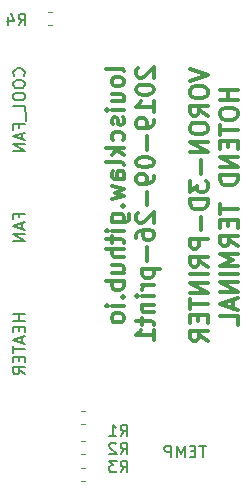
<source format=gbr>
G04 #@! TF.GenerationSoftware,KiCad,Pcbnew,5.1.4-e60b266~84~ubuntu18.04.1*
G04 #@! TF.CreationDate,2019-09-26T21:44:43+08:00*
G04 #@! TF.ProjectId,head,68656164-2e6b-4696-9361-645f70636258,rev?*
G04 #@! TF.SameCoordinates,Original*
G04 #@! TF.FileFunction,Legend,Bot*
G04 #@! TF.FilePolarity,Positive*
%FSLAX46Y46*%
G04 Gerber Fmt 4.6, Leading zero omitted, Abs format (unit mm)*
G04 Created by KiCad (PCBNEW 5.1.4-e60b266~84~ubuntu18.04.1) date 2019-09-26 21:44:43*
%MOMM*%
%LPD*%
G04 APERTURE LIST*
%ADD10C,0.300000*%
%ADD11C,0.120000*%
%ADD12C,0.200000*%
%ADD13C,0.150000*%
G04 APERTURE END LIST*
D10*
X100749571Y-41660428D02*
X100678142Y-41517571D01*
X100535285Y-41446142D01*
X99249571Y-41446142D01*
X100749571Y-42446142D02*
X100678142Y-42303285D01*
X100606714Y-42231857D01*
X100463857Y-42160428D01*
X100035285Y-42160428D01*
X99892428Y-42231857D01*
X99821000Y-42303285D01*
X99749571Y-42446142D01*
X99749571Y-42660428D01*
X99821000Y-42803285D01*
X99892428Y-42874714D01*
X100035285Y-42946142D01*
X100463857Y-42946142D01*
X100606714Y-42874714D01*
X100678142Y-42803285D01*
X100749571Y-42660428D01*
X100749571Y-42446142D01*
X99749571Y-44231857D02*
X100749571Y-44231857D01*
X99749571Y-43589000D02*
X100535285Y-43589000D01*
X100678142Y-43660428D01*
X100749571Y-43803285D01*
X100749571Y-44017571D01*
X100678142Y-44160428D01*
X100606714Y-44231857D01*
X100749571Y-44946142D02*
X99749571Y-44946142D01*
X99249571Y-44946142D02*
X99321000Y-44874714D01*
X99392428Y-44946142D01*
X99321000Y-45017571D01*
X99249571Y-44946142D01*
X99392428Y-44946142D01*
X100678142Y-45589000D02*
X100749571Y-45731857D01*
X100749571Y-46017571D01*
X100678142Y-46160428D01*
X100535285Y-46231857D01*
X100463857Y-46231857D01*
X100321000Y-46160428D01*
X100249571Y-46017571D01*
X100249571Y-45803285D01*
X100178142Y-45660428D01*
X100035285Y-45589000D01*
X99963857Y-45589000D01*
X99821000Y-45660428D01*
X99749571Y-45803285D01*
X99749571Y-46017571D01*
X99821000Y-46160428D01*
X100678142Y-47517571D02*
X100749571Y-47374714D01*
X100749571Y-47089000D01*
X100678142Y-46946142D01*
X100606714Y-46874714D01*
X100463857Y-46803285D01*
X100035285Y-46803285D01*
X99892428Y-46874714D01*
X99821000Y-46946142D01*
X99749571Y-47089000D01*
X99749571Y-47374714D01*
X99821000Y-47517571D01*
X100749571Y-48160428D02*
X99249571Y-48160428D01*
X100178142Y-48303285D02*
X100749571Y-48731857D01*
X99749571Y-48731857D02*
X100321000Y-48160428D01*
X100749571Y-49589000D02*
X100678142Y-49446142D01*
X100535285Y-49374714D01*
X99249571Y-49374714D01*
X100749571Y-50803285D02*
X99963857Y-50803285D01*
X99821000Y-50731857D01*
X99749571Y-50589000D01*
X99749571Y-50303285D01*
X99821000Y-50160428D01*
X100678142Y-50803285D02*
X100749571Y-50660428D01*
X100749571Y-50303285D01*
X100678142Y-50160428D01*
X100535285Y-50089000D01*
X100392428Y-50089000D01*
X100249571Y-50160428D01*
X100178142Y-50303285D01*
X100178142Y-50660428D01*
X100106714Y-50803285D01*
X99749571Y-51374714D02*
X100749571Y-51660428D01*
X100035285Y-51946142D01*
X100749571Y-52231857D01*
X99749571Y-52517571D01*
X100606714Y-53089000D02*
X100678142Y-53160428D01*
X100749571Y-53089000D01*
X100678142Y-53017571D01*
X100606714Y-53089000D01*
X100749571Y-53089000D01*
X99749571Y-54446142D02*
X100963857Y-54446142D01*
X101106714Y-54374714D01*
X101178142Y-54303285D01*
X101249571Y-54160428D01*
X101249571Y-53946142D01*
X101178142Y-53803285D01*
X100678142Y-54446142D02*
X100749571Y-54303285D01*
X100749571Y-54017571D01*
X100678142Y-53874714D01*
X100606714Y-53803285D01*
X100463857Y-53731857D01*
X100035285Y-53731857D01*
X99892428Y-53803285D01*
X99821000Y-53874714D01*
X99749571Y-54017571D01*
X99749571Y-54303285D01*
X99821000Y-54446142D01*
X100749571Y-55160428D02*
X99749571Y-55160428D01*
X99249571Y-55160428D02*
X99321000Y-55089000D01*
X99392428Y-55160428D01*
X99321000Y-55231857D01*
X99249571Y-55160428D01*
X99392428Y-55160428D01*
X99749571Y-55660428D02*
X99749571Y-56231857D01*
X99249571Y-55874714D02*
X100535285Y-55874714D01*
X100678142Y-55946142D01*
X100749571Y-56089000D01*
X100749571Y-56231857D01*
X100749571Y-56731857D02*
X99249571Y-56731857D01*
X100749571Y-57374714D02*
X99963857Y-57374714D01*
X99821000Y-57303285D01*
X99749571Y-57160428D01*
X99749571Y-56946142D01*
X99821000Y-56803285D01*
X99892428Y-56731857D01*
X99749571Y-58731857D02*
X100749571Y-58731857D01*
X99749571Y-58089000D02*
X100535285Y-58089000D01*
X100678142Y-58160428D01*
X100749571Y-58303285D01*
X100749571Y-58517571D01*
X100678142Y-58660428D01*
X100606714Y-58731857D01*
X100749571Y-59446142D02*
X99249571Y-59446142D01*
X99821000Y-59446142D02*
X99749571Y-59589000D01*
X99749571Y-59874714D01*
X99821000Y-60017571D01*
X99892428Y-60089000D01*
X100035285Y-60160428D01*
X100463857Y-60160428D01*
X100606714Y-60089000D01*
X100678142Y-60017571D01*
X100749571Y-59874714D01*
X100749571Y-59589000D01*
X100678142Y-59446142D01*
X100606714Y-60803285D02*
X100678142Y-60874714D01*
X100749571Y-60803285D01*
X100678142Y-60731857D01*
X100606714Y-60803285D01*
X100749571Y-60803285D01*
X100749571Y-61517571D02*
X99749571Y-61517571D01*
X99249571Y-61517571D02*
X99321000Y-61446142D01*
X99392428Y-61517571D01*
X99321000Y-61589000D01*
X99249571Y-61517571D01*
X99392428Y-61517571D01*
X100749571Y-62446142D02*
X100678142Y-62303285D01*
X100606714Y-62231857D01*
X100463857Y-62160428D01*
X100035285Y-62160428D01*
X99892428Y-62231857D01*
X99821000Y-62303285D01*
X99749571Y-62446142D01*
X99749571Y-62660428D01*
X99821000Y-62803285D01*
X99892428Y-62874714D01*
X100035285Y-62946142D01*
X100463857Y-62946142D01*
X100606714Y-62874714D01*
X100678142Y-62803285D01*
X100749571Y-62660428D01*
X100749571Y-62446142D01*
X101942428Y-41374714D02*
X101871000Y-41446142D01*
X101799571Y-41589000D01*
X101799571Y-41946142D01*
X101871000Y-42089000D01*
X101942428Y-42160428D01*
X102085285Y-42231857D01*
X102228142Y-42231857D01*
X102442428Y-42160428D01*
X103299571Y-41303285D01*
X103299571Y-42231857D01*
X101799571Y-43160428D02*
X101799571Y-43303285D01*
X101871000Y-43446142D01*
X101942428Y-43517571D01*
X102085285Y-43589000D01*
X102371000Y-43660428D01*
X102728142Y-43660428D01*
X103013857Y-43589000D01*
X103156714Y-43517571D01*
X103228142Y-43446142D01*
X103299571Y-43303285D01*
X103299571Y-43160428D01*
X103228142Y-43017571D01*
X103156714Y-42946142D01*
X103013857Y-42874714D01*
X102728142Y-42803285D01*
X102371000Y-42803285D01*
X102085285Y-42874714D01*
X101942428Y-42946142D01*
X101871000Y-43017571D01*
X101799571Y-43160428D01*
X103299571Y-45089000D02*
X103299571Y-44231857D01*
X103299571Y-44660428D02*
X101799571Y-44660428D01*
X102013857Y-44517571D01*
X102156714Y-44374714D01*
X102228142Y-44231857D01*
X103299571Y-45803285D02*
X103299571Y-46089000D01*
X103228142Y-46231857D01*
X103156714Y-46303285D01*
X102942428Y-46446142D01*
X102656714Y-46517571D01*
X102085285Y-46517571D01*
X101942428Y-46446142D01*
X101871000Y-46374714D01*
X101799571Y-46231857D01*
X101799571Y-45946142D01*
X101871000Y-45803285D01*
X101942428Y-45731857D01*
X102085285Y-45660428D01*
X102442428Y-45660428D01*
X102585285Y-45731857D01*
X102656714Y-45803285D01*
X102728142Y-45946142D01*
X102728142Y-46231857D01*
X102656714Y-46374714D01*
X102585285Y-46446142D01*
X102442428Y-46517571D01*
X102728142Y-47160428D02*
X102728142Y-48303285D01*
X101799571Y-49303285D02*
X101799571Y-49446142D01*
X101871000Y-49589000D01*
X101942428Y-49660428D01*
X102085285Y-49731857D01*
X102371000Y-49803285D01*
X102728142Y-49803285D01*
X103013857Y-49731857D01*
X103156714Y-49660428D01*
X103228142Y-49589000D01*
X103299571Y-49446142D01*
X103299571Y-49303285D01*
X103228142Y-49160428D01*
X103156714Y-49089000D01*
X103013857Y-49017571D01*
X102728142Y-48946142D01*
X102371000Y-48946142D01*
X102085285Y-49017571D01*
X101942428Y-49089000D01*
X101871000Y-49160428D01*
X101799571Y-49303285D01*
X103299571Y-50517571D02*
X103299571Y-50803285D01*
X103228142Y-50946142D01*
X103156714Y-51017571D01*
X102942428Y-51160428D01*
X102656714Y-51231857D01*
X102085285Y-51231857D01*
X101942428Y-51160428D01*
X101871000Y-51089000D01*
X101799571Y-50946142D01*
X101799571Y-50660428D01*
X101871000Y-50517571D01*
X101942428Y-50446142D01*
X102085285Y-50374714D01*
X102442428Y-50374714D01*
X102585285Y-50446142D01*
X102656714Y-50517571D01*
X102728142Y-50660428D01*
X102728142Y-50946142D01*
X102656714Y-51089000D01*
X102585285Y-51160428D01*
X102442428Y-51231857D01*
X102728142Y-51874714D02*
X102728142Y-53017571D01*
X101942428Y-53660428D02*
X101871000Y-53731857D01*
X101799571Y-53874714D01*
X101799571Y-54231857D01*
X101871000Y-54374714D01*
X101942428Y-54446142D01*
X102085285Y-54517571D01*
X102228142Y-54517571D01*
X102442428Y-54446142D01*
X103299571Y-53589000D01*
X103299571Y-54517571D01*
X101799571Y-55803285D02*
X101799571Y-55517571D01*
X101871000Y-55374714D01*
X101942428Y-55303285D01*
X102156714Y-55160428D01*
X102442428Y-55089000D01*
X103013857Y-55089000D01*
X103156714Y-55160428D01*
X103228142Y-55231857D01*
X103299571Y-55374714D01*
X103299571Y-55660428D01*
X103228142Y-55803285D01*
X103156714Y-55874714D01*
X103013857Y-55946142D01*
X102656714Y-55946142D01*
X102513857Y-55874714D01*
X102442428Y-55803285D01*
X102371000Y-55660428D01*
X102371000Y-55374714D01*
X102442428Y-55231857D01*
X102513857Y-55160428D01*
X102656714Y-55089000D01*
X102728142Y-56589000D02*
X102728142Y-57731857D01*
X102299571Y-58446142D02*
X103799571Y-58446142D01*
X102371000Y-58446142D02*
X102299571Y-58589000D01*
X102299571Y-58874714D01*
X102371000Y-59017571D01*
X102442428Y-59089000D01*
X102585285Y-59160428D01*
X103013857Y-59160428D01*
X103156714Y-59089000D01*
X103228142Y-59017571D01*
X103299571Y-58874714D01*
X103299571Y-58589000D01*
X103228142Y-58446142D01*
X103299571Y-59803285D02*
X102299571Y-59803285D01*
X102585285Y-59803285D02*
X102442428Y-59874714D01*
X102371000Y-59946142D01*
X102299571Y-60089000D01*
X102299571Y-60231857D01*
X103299571Y-60731857D02*
X102299571Y-60731857D01*
X101799571Y-60731857D02*
X101871000Y-60660428D01*
X101942428Y-60731857D01*
X101871000Y-60803285D01*
X101799571Y-60731857D01*
X101942428Y-60731857D01*
X102299571Y-61446142D02*
X103299571Y-61446142D01*
X102442428Y-61446142D02*
X102371000Y-61517571D01*
X102299571Y-61660428D01*
X102299571Y-61874714D01*
X102371000Y-62017571D01*
X102513857Y-62089000D01*
X103299571Y-62089000D01*
X102299571Y-62589000D02*
X102299571Y-63160428D01*
X101799571Y-62803285D02*
X103085285Y-62803285D01*
X103228142Y-62874714D01*
X103299571Y-63017571D01*
X103299571Y-63160428D01*
X103299571Y-64446142D02*
X103299571Y-63589000D01*
X103299571Y-64017571D02*
X101799571Y-64017571D01*
X102013857Y-63874714D01*
X102156714Y-63731857D01*
X102228142Y-63589000D01*
X106361571Y-41514571D02*
X107861571Y-42014571D01*
X106361571Y-42514571D01*
X106361571Y-43300285D02*
X106361571Y-43586000D01*
X106433000Y-43728857D01*
X106575857Y-43871714D01*
X106861571Y-43943142D01*
X107361571Y-43943142D01*
X107647285Y-43871714D01*
X107790142Y-43728857D01*
X107861571Y-43586000D01*
X107861571Y-43300285D01*
X107790142Y-43157428D01*
X107647285Y-43014571D01*
X107361571Y-42943142D01*
X106861571Y-42943142D01*
X106575857Y-43014571D01*
X106433000Y-43157428D01*
X106361571Y-43300285D01*
X107861571Y-45443142D02*
X107147285Y-44943142D01*
X107861571Y-44586000D02*
X106361571Y-44586000D01*
X106361571Y-45157428D01*
X106433000Y-45300285D01*
X106504428Y-45371714D01*
X106647285Y-45443142D01*
X106861571Y-45443142D01*
X107004428Y-45371714D01*
X107075857Y-45300285D01*
X107147285Y-45157428D01*
X107147285Y-44586000D01*
X106361571Y-46371714D02*
X106361571Y-46657428D01*
X106433000Y-46800285D01*
X106575857Y-46943142D01*
X106861571Y-47014571D01*
X107361571Y-47014571D01*
X107647285Y-46943142D01*
X107790142Y-46800285D01*
X107861571Y-46657428D01*
X107861571Y-46371714D01*
X107790142Y-46228857D01*
X107647285Y-46086000D01*
X107361571Y-46014571D01*
X106861571Y-46014571D01*
X106575857Y-46086000D01*
X106433000Y-46228857D01*
X106361571Y-46371714D01*
X107861571Y-47657428D02*
X106361571Y-47657428D01*
X107861571Y-48514571D01*
X106361571Y-48514571D01*
X107290142Y-49228857D02*
X107290142Y-50371714D01*
X106361571Y-50943142D02*
X106361571Y-51871714D01*
X106933000Y-51371714D01*
X106933000Y-51586000D01*
X107004428Y-51728857D01*
X107075857Y-51800285D01*
X107218714Y-51871714D01*
X107575857Y-51871714D01*
X107718714Y-51800285D01*
X107790142Y-51728857D01*
X107861571Y-51586000D01*
X107861571Y-51157428D01*
X107790142Y-51014571D01*
X107718714Y-50943142D01*
X107861571Y-52514571D02*
X106361571Y-52514571D01*
X106361571Y-52871714D01*
X106433000Y-53086000D01*
X106575857Y-53228857D01*
X106718714Y-53300285D01*
X107004428Y-53371714D01*
X107218714Y-53371714D01*
X107504428Y-53300285D01*
X107647285Y-53228857D01*
X107790142Y-53086000D01*
X107861571Y-52871714D01*
X107861571Y-52514571D01*
X107290142Y-54014571D02*
X107290142Y-55157428D01*
X107861571Y-55871714D02*
X106361571Y-55871714D01*
X106361571Y-56443142D01*
X106433000Y-56586000D01*
X106504428Y-56657428D01*
X106647285Y-56728857D01*
X106861571Y-56728857D01*
X107004428Y-56657428D01*
X107075857Y-56586000D01*
X107147285Y-56443142D01*
X107147285Y-55871714D01*
X107861571Y-58228857D02*
X107147285Y-57728857D01*
X107861571Y-57371714D02*
X106361571Y-57371714D01*
X106361571Y-57943142D01*
X106433000Y-58086000D01*
X106504428Y-58157428D01*
X106647285Y-58228857D01*
X106861571Y-58228857D01*
X107004428Y-58157428D01*
X107075857Y-58086000D01*
X107147285Y-57943142D01*
X107147285Y-57371714D01*
X107861571Y-58871714D02*
X106361571Y-58871714D01*
X107861571Y-59586000D02*
X106361571Y-59586000D01*
X107861571Y-60443142D01*
X106361571Y-60443142D01*
X106361571Y-60943142D02*
X106361571Y-61800285D01*
X107861571Y-61371714D02*
X106361571Y-61371714D01*
X107075857Y-62300285D02*
X107075857Y-62800285D01*
X107861571Y-63014571D02*
X107861571Y-62300285D01*
X106361571Y-62300285D01*
X106361571Y-63014571D01*
X107861571Y-64514571D02*
X107147285Y-64014571D01*
X107861571Y-63657428D02*
X106361571Y-63657428D01*
X106361571Y-64228857D01*
X106433000Y-64371714D01*
X106504428Y-64443142D01*
X106647285Y-64514571D01*
X106861571Y-64514571D01*
X107004428Y-64443142D01*
X107075857Y-64371714D01*
X107147285Y-64228857D01*
X107147285Y-63657428D01*
X110411571Y-43264571D02*
X108911571Y-43264571D01*
X109625857Y-43264571D02*
X109625857Y-44121714D01*
X110411571Y-44121714D02*
X108911571Y-44121714D01*
X108911571Y-45121714D02*
X108911571Y-45407428D01*
X108983000Y-45550285D01*
X109125857Y-45693142D01*
X109411571Y-45764571D01*
X109911571Y-45764571D01*
X110197285Y-45693142D01*
X110340142Y-45550285D01*
X110411571Y-45407428D01*
X110411571Y-45121714D01*
X110340142Y-44978857D01*
X110197285Y-44836000D01*
X109911571Y-44764571D01*
X109411571Y-44764571D01*
X109125857Y-44836000D01*
X108983000Y-44978857D01*
X108911571Y-45121714D01*
X108911571Y-46193142D02*
X108911571Y-47050285D01*
X110411571Y-46621714D02*
X108911571Y-46621714D01*
X109625857Y-47550285D02*
X109625857Y-48050285D01*
X110411571Y-48264571D02*
X110411571Y-47550285D01*
X108911571Y-47550285D01*
X108911571Y-48264571D01*
X110411571Y-48907428D02*
X108911571Y-48907428D01*
X110411571Y-49764571D01*
X108911571Y-49764571D01*
X110411571Y-50478857D02*
X108911571Y-50478857D01*
X108911571Y-50836000D01*
X108983000Y-51050285D01*
X109125857Y-51193142D01*
X109268714Y-51264571D01*
X109554428Y-51336000D01*
X109768714Y-51336000D01*
X110054428Y-51264571D01*
X110197285Y-51193142D01*
X110340142Y-51050285D01*
X110411571Y-50836000D01*
X110411571Y-50478857D01*
X108911571Y-52907428D02*
X108911571Y-53764571D01*
X110411571Y-53336000D02*
X108911571Y-53336000D01*
X109625857Y-54264571D02*
X109625857Y-54764571D01*
X110411571Y-54978857D02*
X110411571Y-54264571D01*
X108911571Y-54264571D01*
X108911571Y-54978857D01*
X110411571Y-56478857D02*
X109697285Y-55978857D01*
X110411571Y-55621714D02*
X108911571Y-55621714D01*
X108911571Y-56193142D01*
X108983000Y-56336000D01*
X109054428Y-56407428D01*
X109197285Y-56478857D01*
X109411571Y-56478857D01*
X109554428Y-56407428D01*
X109625857Y-56336000D01*
X109697285Y-56193142D01*
X109697285Y-55621714D01*
X110411571Y-57121714D02*
X108911571Y-57121714D01*
X109983000Y-57621714D01*
X108911571Y-58121714D01*
X110411571Y-58121714D01*
X110411571Y-58836000D02*
X108911571Y-58836000D01*
X110411571Y-59550285D02*
X108911571Y-59550285D01*
X110411571Y-60407428D01*
X108911571Y-60407428D01*
X109983000Y-61050285D02*
X109983000Y-61764571D01*
X110411571Y-60907428D02*
X108911571Y-61407428D01*
X110411571Y-61907428D01*
X110411571Y-63121714D02*
X110411571Y-62407428D01*
X108911571Y-62407428D01*
D11*
X94659267Y-37721000D02*
X94316733Y-37721000D01*
X94659267Y-36701000D02*
X94316733Y-36701000D01*
X97110733Y-75309000D02*
X97453267Y-75309000D01*
X97110733Y-76329000D02*
X97453267Y-76329000D01*
X97110733Y-73023000D02*
X97453267Y-73023000D01*
X97110733Y-74043000D02*
X97453267Y-74043000D01*
X97110733Y-70483000D02*
X97453267Y-70483000D01*
X97110733Y-71503000D02*
X97453267Y-71503000D01*
D12*
X107727523Y-73366380D02*
X107156095Y-73366380D01*
X107441809Y-74366380D02*
X107441809Y-73366380D01*
X106822761Y-73842571D02*
X106489428Y-73842571D01*
X106346571Y-74366380D02*
X106822761Y-74366380D01*
X106822761Y-73366380D01*
X106346571Y-73366380D01*
X105918000Y-74366380D02*
X105918000Y-73366380D01*
X105584666Y-74080666D01*
X105251333Y-73366380D01*
X105251333Y-74366380D01*
X104775142Y-74366380D02*
X104775142Y-73366380D01*
X104394190Y-73366380D01*
X104298952Y-73414000D01*
X104251333Y-73461619D01*
X104203714Y-73556857D01*
X104203714Y-73699714D01*
X104251333Y-73794952D01*
X104298952Y-73842571D01*
X104394190Y-73890190D01*
X104775142Y-73890190D01*
X92400380Y-62270000D02*
X91400380Y-62270000D01*
X91876571Y-62270000D02*
X91876571Y-62841428D01*
X92400380Y-62841428D02*
X91400380Y-62841428D01*
X91876571Y-63317619D02*
X91876571Y-63650952D01*
X92400380Y-63793809D02*
X92400380Y-63317619D01*
X91400380Y-63317619D01*
X91400380Y-63793809D01*
X92114666Y-64174761D02*
X92114666Y-64650952D01*
X92400380Y-64079523D02*
X91400380Y-64412857D01*
X92400380Y-64746190D01*
X91400380Y-64936666D02*
X91400380Y-65508095D01*
X92400380Y-65222380D02*
X91400380Y-65222380D01*
X91876571Y-65841428D02*
X91876571Y-66174761D01*
X92400380Y-66317619D02*
X92400380Y-65841428D01*
X91400380Y-65841428D01*
X91400380Y-66317619D01*
X92400380Y-67317619D02*
X91924190Y-66984285D01*
X92400380Y-66746190D02*
X91400380Y-66746190D01*
X91400380Y-67127142D01*
X91448000Y-67222380D01*
X91495619Y-67270000D01*
X91590857Y-67317619D01*
X91733714Y-67317619D01*
X91828952Y-67270000D01*
X91876571Y-67222380D01*
X91924190Y-67127142D01*
X91924190Y-66746190D01*
X91876571Y-54054476D02*
X91876571Y-53721142D01*
X92400380Y-53721142D02*
X91400380Y-53721142D01*
X91400380Y-54197333D01*
X92114666Y-54530666D02*
X92114666Y-55006857D01*
X92400380Y-54435428D02*
X91400380Y-54768761D01*
X92400380Y-55102095D01*
X92400380Y-55435428D02*
X91400380Y-55435428D01*
X92400380Y-56006857D01*
X91400380Y-56006857D01*
X92305142Y-42053238D02*
X92352761Y-42005619D01*
X92400380Y-41862761D01*
X92400380Y-41767523D01*
X92352761Y-41624666D01*
X92257523Y-41529428D01*
X92162285Y-41481809D01*
X91971809Y-41434190D01*
X91828952Y-41434190D01*
X91638476Y-41481809D01*
X91543238Y-41529428D01*
X91448000Y-41624666D01*
X91400380Y-41767523D01*
X91400380Y-41862761D01*
X91448000Y-42005619D01*
X91495619Y-42053238D01*
X91400380Y-42672285D02*
X91400380Y-42862761D01*
X91448000Y-42958000D01*
X91543238Y-43053238D01*
X91733714Y-43100857D01*
X92067047Y-43100857D01*
X92257523Y-43053238D01*
X92352761Y-42958000D01*
X92400380Y-42862761D01*
X92400380Y-42672285D01*
X92352761Y-42577047D01*
X92257523Y-42481809D01*
X92067047Y-42434190D01*
X91733714Y-42434190D01*
X91543238Y-42481809D01*
X91448000Y-42577047D01*
X91400380Y-42672285D01*
X91400380Y-43719904D02*
X91400380Y-43910380D01*
X91448000Y-44005619D01*
X91543238Y-44100857D01*
X91733714Y-44148476D01*
X92067047Y-44148476D01*
X92257523Y-44100857D01*
X92352761Y-44005619D01*
X92400380Y-43910380D01*
X92400380Y-43719904D01*
X92352761Y-43624666D01*
X92257523Y-43529428D01*
X92067047Y-43481809D01*
X91733714Y-43481809D01*
X91543238Y-43529428D01*
X91448000Y-43624666D01*
X91400380Y-43719904D01*
X92400380Y-45053238D02*
X92400380Y-44577047D01*
X91400380Y-44577047D01*
X92495619Y-45148476D02*
X92495619Y-45910380D01*
X91876571Y-46481809D02*
X91876571Y-46148476D01*
X92400380Y-46148476D02*
X91400380Y-46148476D01*
X91400380Y-46624666D01*
X92114666Y-46958000D02*
X92114666Y-47434190D01*
X92400380Y-46862761D02*
X91400380Y-47196095D01*
X92400380Y-47529428D01*
X92400380Y-47862761D02*
X91400380Y-47862761D01*
X92400380Y-48434190D01*
X91400380Y-48434190D01*
D13*
X91860666Y-37790380D02*
X92194000Y-37314190D01*
X92432095Y-37790380D02*
X92432095Y-36790380D01*
X92051142Y-36790380D01*
X91955904Y-36838000D01*
X91908285Y-36885619D01*
X91860666Y-36980857D01*
X91860666Y-37123714D01*
X91908285Y-37218952D01*
X91955904Y-37266571D01*
X92051142Y-37314190D01*
X92432095Y-37314190D01*
X91003523Y-37123714D02*
X91003523Y-37790380D01*
X91241619Y-36742761D02*
X91479714Y-37457047D01*
X90860666Y-37457047D01*
X100496666Y-75636380D02*
X100830000Y-75160190D01*
X101068095Y-75636380D02*
X101068095Y-74636380D01*
X100687142Y-74636380D01*
X100591904Y-74684000D01*
X100544285Y-74731619D01*
X100496666Y-74826857D01*
X100496666Y-74969714D01*
X100544285Y-75064952D01*
X100591904Y-75112571D01*
X100687142Y-75160190D01*
X101068095Y-75160190D01*
X100163333Y-74636380D02*
X99544285Y-74636380D01*
X99877619Y-75017333D01*
X99734761Y-75017333D01*
X99639523Y-75064952D01*
X99591904Y-75112571D01*
X99544285Y-75207809D01*
X99544285Y-75445904D01*
X99591904Y-75541142D01*
X99639523Y-75588761D01*
X99734761Y-75636380D01*
X100020476Y-75636380D01*
X100115714Y-75588761D01*
X100163333Y-75541142D01*
X100496666Y-74112380D02*
X100830000Y-73636190D01*
X101068095Y-74112380D02*
X101068095Y-73112380D01*
X100687142Y-73112380D01*
X100591904Y-73160000D01*
X100544285Y-73207619D01*
X100496666Y-73302857D01*
X100496666Y-73445714D01*
X100544285Y-73540952D01*
X100591904Y-73588571D01*
X100687142Y-73636190D01*
X101068095Y-73636190D01*
X100115714Y-73207619D02*
X100068095Y-73160000D01*
X99972857Y-73112380D01*
X99734761Y-73112380D01*
X99639523Y-73160000D01*
X99591904Y-73207619D01*
X99544285Y-73302857D01*
X99544285Y-73398095D01*
X99591904Y-73540952D01*
X100163333Y-74112380D01*
X99544285Y-74112380D01*
X100496666Y-72588380D02*
X100830000Y-72112190D01*
X101068095Y-72588380D02*
X101068095Y-71588380D01*
X100687142Y-71588380D01*
X100591904Y-71636000D01*
X100544285Y-71683619D01*
X100496666Y-71778857D01*
X100496666Y-71921714D01*
X100544285Y-72016952D01*
X100591904Y-72064571D01*
X100687142Y-72112190D01*
X101068095Y-72112190D01*
X99544285Y-72588380D02*
X100115714Y-72588380D01*
X99830000Y-72588380D02*
X99830000Y-71588380D01*
X99925238Y-71731238D01*
X100020476Y-71826476D01*
X100115714Y-71874095D01*
M02*

</source>
